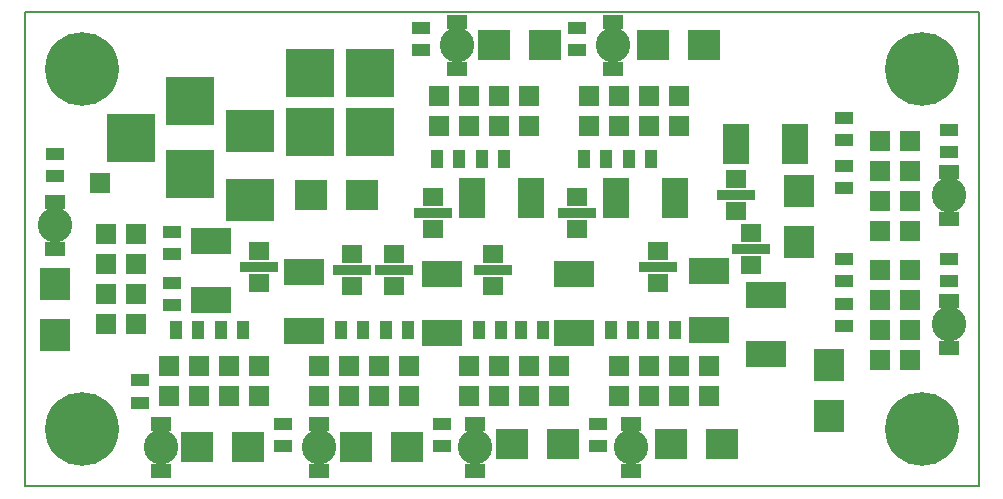
<source format=gbr>
%TF.GenerationSoftware,KiCad,Pcbnew,no-vcs-found-7409~56~ubuntu16.04.1*%
%TF.CreationDate,2017-01-20T13:42:17+01:00*%
%TF.ProjectId,UNIPOWER04A,554E49504F5745523034412E6B696361,rev?*%
%TF.FileFunction,Soldermask,Bot*%
%TF.FilePolarity,Negative*%
%FSLAX46Y46*%
G04 Gerber Fmt 4.6, Leading zero omitted, Abs format (unit mm)*
G04 Created by KiCad (PCBNEW no-vcs-found-7409~56~ubuntu16.04.1) date Fri Jan 20 13:42:17 2017*
%MOMM*%
%LPD*%
G01*
G04 APERTURE LIST*
%ADD10C,0.350000*%
%ADD11C,0.150000*%
%ADD12R,4.050000X4.050000*%
%ADD13C,2.940000*%
%ADD14R,1.740000X1.290000*%
%ADD15R,2.739360X2.541240*%
%ADD16R,2.541240X2.739360*%
%ADD17R,3.420000X2.240000*%
%ADD18R,4.050000X3.570000*%
%ADD19R,2.240000X3.420000*%
%ADD20R,1.740000X1.540000*%
%ADD21R,3.240000X0.940000*%
%ADD22R,1.764000X1.764000*%
%ADD23C,6.240000*%
%ADD24R,1.637000X1.129000*%
%ADD25R,1.129000X1.637000*%
G04 APERTURE END LIST*
D10*
D11*
X81026000Y254000D02*
X81026000Y40386000D01*
X254000Y254000D02*
X254000Y40386000D01*
X254000Y40386000D02*
X81026000Y40386000D01*
X254000Y254000D02*
X81026000Y254000D01*
D12*
X14224000Y32870000D03*
X14224000Y26670000D03*
X9224000Y29770000D03*
D13*
X2794000Y22352000D03*
D14*
X2794000Y24352000D03*
X2794000Y20352000D03*
D13*
X11811000Y3556000D03*
D14*
X11811000Y5556000D03*
X11811000Y1556000D03*
D13*
X38354000Y3556000D03*
D14*
X38354000Y5556000D03*
X38354000Y1556000D03*
D15*
X28818840Y24892000D03*
X24521160Y24892000D03*
D16*
X2794000Y17388840D03*
X2794000Y13091160D03*
D15*
X19166840Y3556000D03*
X14869160Y3556000D03*
X41539160Y3810000D03*
X45836840Y3810000D03*
D14*
X50038000Y35592000D03*
X50038000Y39592000D03*
D13*
X50038000Y37592000D03*
X36830000Y37592000D03*
D14*
X36830000Y39592000D03*
X36830000Y35592000D03*
X78486000Y22892000D03*
X78486000Y26892000D03*
D13*
X78486000Y24892000D03*
X25146000Y3556000D03*
D14*
X25146000Y5556000D03*
X25146000Y1556000D03*
D15*
X53477160Y37592000D03*
X57774840Y37592000D03*
X40015160Y37592000D03*
X44312840Y37592000D03*
D16*
X65786000Y20965160D03*
X65786000Y25262840D03*
D15*
X28331160Y3556000D03*
X32628840Y3556000D03*
D14*
X51562000Y1556000D03*
X51562000Y5556000D03*
D13*
X51562000Y3556000D03*
D14*
X78486000Y11970000D03*
X78486000Y15970000D03*
D13*
X78486000Y13970000D03*
D15*
X59298840Y3810000D03*
X55001160Y3810000D03*
D16*
X68326000Y10530840D03*
X68326000Y6233160D03*
D17*
X16002000Y21042000D03*
X16002000Y16042000D03*
X23876000Y13375000D03*
X23876000Y18375000D03*
X46736000Y13248000D03*
X46736000Y18248000D03*
D18*
X19304000Y30342000D03*
X19304000Y24522000D03*
D19*
X50332000Y24638000D03*
X55332000Y24638000D03*
X43140000Y24638000D03*
X38140000Y24638000D03*
X60492000Y29210000D03*
X65492000Y29210000D03*
D17*
X35560000Y13248000D03*
X35560000Y18248000D03*
X58166000Y18502000D03*
X58166000Y13502000D03*
X62992000Y16470000D03*
X62992000Y11470000D03*
D20*
X20066000Y17446000D03*
D21*
X20066000Y18796000D03*
D20*
X20066000Y20146000D03*
X27940000Y19892000D03*
D21*
X27940000Y18542000D03*
D20*
X27940000Y17192000D03*
X39878000Y17192000D03*
D21*
X39878000Y18542000D03*
D20*
X39878000Y19892000D03*
X46990000Y22018000D03*
D21*
X46990000Y23368000D03*
D20*
X46990000Y24718000D03*
X34798000Y22018000D03*
D21*
X34798000Y23368000D03*
D20*
X34798000Y24718000D03*
X60452000Y26242000D03*
D21*
X60452000Y24892000D03*
D20*
X60452000Y23542000D03*
X31496000Y19892000D03*
D21*
X31496000Y18542000D03*
D20*
X31496000Y17192000D03*
X53848000Y17446000D03*
D21*
X53848000Y18796000D03*
D20*
X53848000Y20146000D03*
X61722000Y21670000D03*
D21*
X61722000Y20320000D03*
D20*
X61722000Y18970000D03*
D22*
X6604000Y25908000D03*
X9652000Y13970000D03*
X7112000Y13970000D03*
X9652000Y16510000D03*
X7112000Y16510000D03*
X9652000Y19050000D03*
X7112000Y19050000D03*
X9652000Y21590000D03*
X7112000Y21590000D03*
X20066000Y10414000D03*
X20066000Y7874000D03*
X17526000Y10414000D03*
X17526000Y7874000D03*
X14986000Y10414000D03*
X14986000Y7874000D03*
X12446000Y10414000D03*
X12446000Y7874000D03*
X37846000Y7874000D03*
X37846000Y10414000D03*
X40386000Y7874000D03*
X40386000Y10414000D03*
X42926000Y7874000D03*
X42926000Y10414000D03*
X45466000Y7874000D03*
X45466000Y10414000D03*
X48006000Y30734000D03*
X48006000Y33274000D03*
X50546000Y30734000D03*
X50546000Y33274000D03*
X53086000Y30734000D03*
X53086000Y33274000D03*
X55626000Y30734000D03*
X55626000Y33274000D03*
X35306000Y30734000D03*
X35306000Y33274000D03*
X37846000Y30734000D03*
X37846000Y33274000D03*
X40386000Y30734000D03*
X40386000Y33274000D03*
X42926000Y30734000D03*
X42926000Y33274000D03*
X75184000Y21844000D03*
X72644000Y21844000D03*
X75184000Y24384000D03*
X72644000Y24384000D03*
X75184000Y26924000D03*
X72644000Y26924000D03*
X75184000Y29464000D03*
X72644000Y29464000D03*
X25146000Y7874000D03*
X25146000Y10414000D03*
X27686000Y7874000D03*
X27686000Y10414000D03*
X30226000Y7874000D03*
X30226000Y10414000D03*
X32766000Y7874000D03*
X32766000Y10414000D03*
X50546000Y7874000D03*
X50546000Y10414000D03*
X53086000Y7874000D03*
X53086000Y10414000D03*
X55626000Y7874000D03*
X55626000Y10414000D03*
X58166000Y7874000D03*
X58166000Y10414000D03*
X75184000Y10922000D03*
X72644000Y10922000D03*
X75184000Y13462000D03*
X72644000Y13462000D03*
X75184000Y16002000D03*
X72644000Y16002000D03*
X75184000Y18542000D03*
X72644000Y18542000D03*
D23*
X76200000Y35560000D03*
X76200000Y5080000D03*
X5080000Y35560000D03*
X5080000Y5080000D03*
D24*
X2794000Y26479500D03*
X2794000Y28384500D03*
X10033000Y9207500D03*
X10033000Y7302500D03*
X35560000Y3619500D03*
X35560000Y5524500D03*
X12700000Y19875500D03*
X12700000Y21780500D03*
X12700000Y17462500D03*
X12700000Y15557500D03*
D25*
X13017500Y13462000D03*
X14922500Y13462000D03*
X16827500Y13462000D03*
X18732500Y13462000D03*
X38671500Y13462000D03*
X40576500Y13462000D03*
X44132500Y13462000D03*
X42227500Y13462000D03*
D24*
X46990000Y37147500D03*
X46990000Y39052500D03*
X33782000Y39052500D03*
X33782000Y37147500D03*
X78486000Y28511500D03*
X78486000Y30416500D03*
X22098000Y3619500D03*
X22098000Y5524500D03*
D25*
X47561500Y27940000D03*
X49466500Y27940000D03*
X51371500Y27940000D03*
X53276500Y27940000D03*
X37020500Y27940000D03*
X35115500Y27940000D03*
X38925500Y27940000D03*
X40830500Y27940000D03*
D24*
X69596000Y31432500D03*
X69596000Y29527500D03*
X69596000Y25463500D03*
X69596000Y27368500D03*
D25*
X26987500Y13462000D03*
X28892500Y13462000D03*
X32702500Y13462000D03*
X30797500Y13462000D03*
D24*
X48768000Y5524500D03*
X48768000Y3619500D03*
X78486000Y17589500D03*
X78486000Y19494500D03*
D25*
X49847500Y13462000D03*
X51752500Y13462000D03*
X53403500Y13462000D03*
X55308500Y13462000D03*
D24*
X69596000Y17589500D03*
X69596000Y19494500D03*
X69596000Y15684500D03*
X69596000Y13779500D03*
D12*
X24384000Y35226000D03*
X24384000Y30226000D03*
X29464000Y30226000D03*
X29464000Y35226000D03*
M02*

</source>
